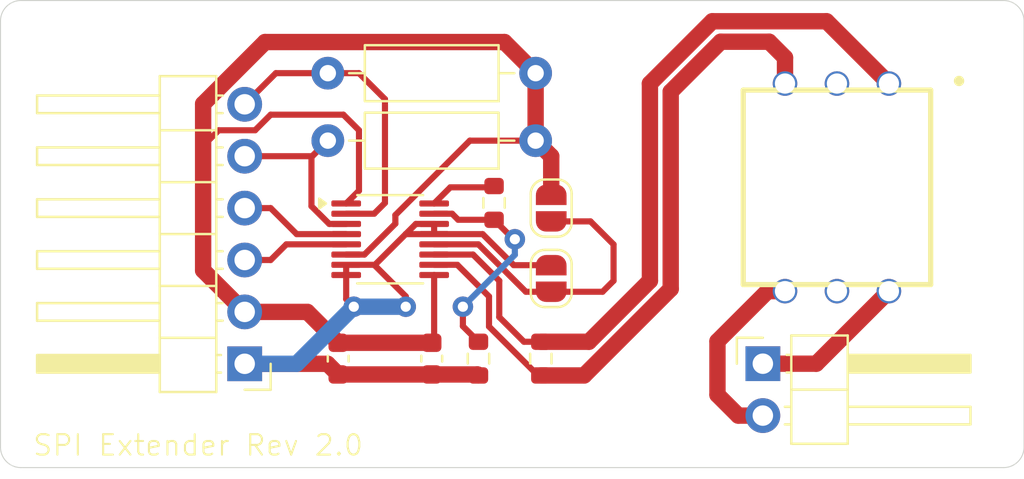
<source format=kicad_pcb>
(kicad_pcb (version 20241229) (generator "pcbnew") (generator_version "9.0")
  (layers (0 "F.Cu" signal) (2 "B.Cu" signal) (13 "F.Paste" user) (15 "B.Paste" user) (5 "F.SilkS" user "F.Silkscreen") (7 "B.SilkS" user "B.Silkscreen") (1 "F.Mask" user) (3 "B.Mask" user) (25 "Edge.Cuts" user))
  (net 0 "")
  (net 1 "GND")
  (net 3 "+3V3")
  (net 4 "SCK")
  (net 5 "MISO")
  (net 6 "MOSI")
  (net 7 "CS")
  (net 8 "IPP")
  (net 9 "IMM")
  (net 10 "MSTR")
  (net 11 "Net-(U1-IP)")
  (net 12 "Net-(U1-IM)")
  (net 13 "Net-(U1-ICMP)")
  (net 14 "Net-(U1-IBIAS)")
  (footprint "Package_SO:MSOP-16_3x4.039mm_P0.5mm" (layer "F.Cu") (at 71.374 55.626)
    (property "Reference" "U1" (hide yes))
    (property "Value" "~")
    (fp_line (start -1.61 -2.16) (end 1.61 -2.16) (stroke (width 0.12)) (layer "F.SilkS"))
    (fp_line (start 1.61 2.16) (end -1.61 2.16) (stroke (width 0.12)) (layer "F.SilkS"))
    (fp_poly (pts (xy -3.14 -1.75) (xy -3.47 -1.51) (xy -3.47 -1.99)) (stroke (width 0.12)) (fill yes) (layer "F.SilkS"))
    (pad "1" smd roundrect (at -2.15 -1.75) (size 1.45 0.3) (layers "F.Cu" "F.Mask" "F.Paste") (net 3 "+3V3"))
    (pad "2" smd roundrect (at -2.15 -1.25) (size 1.45 0.3) (layers "F.Cu" "F.Mask" "F.Paste") (net 6 "MOSI"))
    (pad "3" smd roundrect (at -2.15 -0.75) (size 1.45 0.3) (layers "F.Cu" "F.Mask" "F.Paste") (net 5 "MISO"))
    (pad "4" smd roundrect (at -2.15 -0.25) (size 1.45 0.3) (layers "F.Cu" "F.Mask" "F.Paste") (net 4 "SCK"))
    (pad "5" smd roundrect (at -2.15 0.25) (size 1.45 0.3) (layers "F.Cu" "F.Mask" "F.Paste") (net 7 "CS"))
    (pad "6" smd roundrect (at -2.15 0.75) (size 1.45 0.3) (layers "F.Cu" "F.Mask" "F.Paste") (net 3 "+3V3"))
    (pad "7" smd roundrect (at -2.15 1.25) (size 1.45 0.3) (layers "F.Cu" "F.Mask" "F.Paste") (net 1 "GND"))
    (pad "8" smd roundrect (at -2.15 1.75) (size 1.45 0.3) (layers "F.Cu" "F.Mask" "F.Paste") (net 1 "GND"))
    (pad "9" smd roundrect (at 2.15 1.75) (size 1.45 0.3) (layers "F.Cu" "F.Mask" "F.Paste") (net 3 "+3V3"))
    (pad "10" smd roundrect (at 2.15 1.25) (size 1.45 0.3) (layers "F.Cu" "F.Mask" "F.Paste") (net 12 "Net-(U1-IM)"))
    (pad "11" smd roundrect (at 2.15 0.75) (size 1.45 0.3) (layers "F.Cu" "F.Mask" "F.Paste") (net 11 "Net-(U1-IP)"))
    (pad "12" smd roundrect (at 2.15 0.25) (size 1.45 0.3) (layers "F.Cu" "F.Mask" "F.Paste") (net 10 "MSTR"))
    (pad "13" smd roundrect (at 2.15 -0.25) (size 1.45 0.3) (layers "F.Cu" "F.Mask" "F.Paste") (net 1 "GND"))
    (pad "14" smd roundrect (at 2.15 -0.75) (size 1.45 0.3) (layers "F.Cu" "F.Mask" "F.Paste") (net 1 "GND"))
    (pad "15" smd roundrect (at 2.15 -1.25) (size 1.45 0.3) (layers "F.Cu" "F.Mask" "F.Paste") (net 13 "Net-(U1-ICMP)"))
    (pad "16" smd roundrect (at 2.15 -1.75) (size 1.45 0.3) (layers "F.Cu" "F.Mask" "F.Paste") (net 14 "Net-(U1-IBIAS)"))
  )
  (footprint "Resistor_THT:R_Axial_DIN0207_L6.3mm_D2.5mm_P10.16mm_Horizontal" (layer "F.Cu") (at 78.486 50.8 180)
    (property "Reference" "R5" (hide yes))
    (property "Value" "10k")
    (fp_line (start 9.12 0) (end 8.35 0) (stroke (width 0.12)) (layer "F.SilkS"))
    (fp_line (start 1.04 0) (end 1.81 0) (stroke (width 0.12)) (layer "F.SilkS"))
    (fp_rect (start 1.81 -1.37) (end 8.35 1.37) (stroke (width 0.12)) (fill no) (layer "F.SilkS"))
    (pad "1" thru_hole circle (at 0 0 180) (size 1.6 1.6) (drill 0.8) (layers "*.Cu" "*.Mask") (net 3 "+3V3"))
    (pad "2" thru_hole circle (at 10.16 0 180) (size 1.6 1.6) (drill 0.8) (layers "*.Cu" "*.Mask") (net 5 "MISO"))
  )
  (footprint "Resistor_SMD:R_0603_1608Metric" (layer "F.Cu") (at 75.692 61.468 -90)
    (property "Reference" "R3" (hide yes))
    (property "Value" "1.2k")
    (fp_line (start -0.237258 0.5225) (end 0.237258 0.5225) (stroke (width 0.12)) (layer "F.SilkS"))
    (fp_line (start -0.237258 -0.5225) (end 0.237258 -0.5225) (stroke (width 0.12)) (layer "F.SilkS"))
    (pad "1" smd roundrect (at -0.825 0 270) (size 0.8 0.95) (layers "F.Cu" "F.Mask" "F.Paste") (net 13 "Net-(U1-ICMP)"))
    (pad "2" smd roundrect (at 0.825 0 270) (size 0.8 0.95) (layers "F.Cu" "F.Mask" "F.Paste") (net 1 "GND"))
  )
  (footprint "Jumper:SolderJumper-2_P1.3mm_Open_RoundedPad1.0x1.5mm" (layer "F.Cu") (at 79.248 57.546 -90)
    (property "Reference" "JP4" (hide yes))
    (property "Value" "SolderJumper_2_Bridged")
    (fp_line (start 0.7 1) (end -0.7 1) (stroke (width 0.12)) (layer "F.SilkS"))
    (fp_line (start -1.4 0.3) (end -1.4 -0.3) (stroke (width 0.12)) (layer "F.SilkS"))
    (fp_line (start 1.4 -0.3) (end 1.4 0.3) (stroke (width 0.12)) (layer "F.SilkS"))
    (fp_line (start -0.7 -1) (end 0.7 -1) (stroke (width 0.12)) (layer "F.SilkS"))
    (fp_arc (start -0.7 1) (mid -1.194975 0.794975) (end -1.4 0.3) (stroke (width 0.12)) (layer "F.SilkS"))
    (fp_arc (start 1.4 0.3) (mid 1.194975 0.794975) (end 0.7 1) (stroke (width 0.12)) (layer "F.SilkS"))
    (fp_arc (start -1.4 -0.3) (mid -1.194975 -0.794975) (end -0.7 -1) (stroke (width 0.12)) (layer "F.SilkS"))
    (fp_arc (start 0.7 -1) (mid 1.194975 -0.794975) (end 1.4 -0.3) (stroke (width 0.12)) (layer "F.SilkS"))
    (pad "1" smd custom (at -0.65 0 270) (size 1 0.5) (layers "F.Cu" "F.Mask") (net 1 "GND") (options (clearance outline) (anchor rect)) (primitives (gr_circle (center 0 0.25) (end 0.5 0.25) (width 0) (fill yes)) (gr_circle (center 0 -0.25) (end 0.5 -0.25) (width 0) (fill yes)) (gr_poly (pts (xy 0.5 0.75) (xy 0 0.75) (xy 0 -0.75) (xy 0.5 -0.75)) (width 0) (fill yes))))
    (pad "2" smd custom (at 0.65 0 270) (size 1 0.5) (layers "F.Cu" "F.Mask") (net 10 "MSTR") (options (clearance outline) (anchor rect)) (primitives (gr_circle (center 0 0.25) (end 0.5 0.25) (width 0) (fill yes)) (gr_circle (center 0 -0.25) (end 0.5 -0.25) (width 0) (fill yes)) (gr_poly (pts (xy 0 0.75) (xy -0.5 0.75) (xy -0.5 -0.75) (xy 0 -0.75)) (width 0) (fill yes))))
  )
  (footprint "project:78613_3C" (layer "F.Cu") (at 93.218 53.086 -90)
    (property "Reference" "T1" (hide yes))
    (property "Value" "78613_3C")
    (fp_line (start -4.75996 4.58089) (end 4.75996 4.58089) (stroke (width 0.254)) (layer "F.SilkS"))
    (fp_line (start 4.75996 4.58089) (end 4.75996 -4.58089) (stroke (width 0.254)) (layer "F.SilkS"))
    (fp_line (start -4.75996 -4.58089) (end -4.75996 4.58089) (stroke (width 0.254)) (layer "F.SilkS"))
    (fp_line (start 4.75996 -4.58089) (end -4.75996 -4.58089) (stroke (width 0.254)) (layer "F.SilkS"))
    (fp_circle (center -5.207 -5.969) (end -4.953 -5.969) (fill yes) (layer "F.SilkS"))
    (pad "1" thru_hole circle (at -5.08 -2.54 270) (size 1.2 1.2) (drill 0.9906) (layers "*.Cu" "*.Mask") (net 11 "Net-(U1-IP)"))
    (pad "2" thru_hole circle (at -5.08 0 270) (size 1.2 1.2) (drill 0.9906) (layers "*.Cu" "*.Mask"))
    (pad "3" thru_hole circle (at -5.08 2.54 270) (size 1.2 1.2) (drill 0.9906) (layers "*.Cu" "*.Mask") (net 12 "Net-(U1-IM)"))
    (pad "4" thru_hole circle (at 5.08 2.54 270) (size 1.2 1.2) (drill 0.9906) (layers "*.Cu" "*.Mask") (net 9 "IMM"))
    (pad "5" thru_hole circle (at 5.08 0 270) (size 1.2 1.2) (drill 0.9906) (layers "*.Cu" "*.Mask"))
    (pad "6" thru_hole circle (at 5.08 -2.54 270) (size 1.2 1.2) (drill 0.9906) (layers "*.Cu" "*.Mask") (net 8 "IPP"))
  )
  (footprint "Capacitor_SMD:C_0603_1608Metric" (layer "F.Cu") (at 68.834 61.468 -90)
    (property "Reference" "C1" (hide yes))
    (property "Value" "0.1u")
    (fp_line (start -0.14058 0.51) (end 0.14058 0.51) (stroke (width 0.12)) (layer "F.SilkS"))
    (fp_line (start -0.14058 -0.51) (end 0.14058 -0.51) (stroke (width 0.12)) (layer "F.SilkS"))
    (pad "1" smd roundrect (at -0.775 0 270) (size 0.9 0.95) (layers "F.Cu" "F.Mask" "F.Paste") (net 3 "+3V3"))
    (pad "2" smd roundrect (at 0.775 0 270) (size 0.9 0.95) (layers "F.Cu" "F.Mask" "F.Paste") (net 1 "GND"))
  )
  (footprint "Jumper:SolderJumper-2_P1.3mm_Open_RoundedPad1.0x1.5mm" (layer "F.Cu") (at 79.248 54.102 -90)
    (property "Reference" "JP3" (hide yes))
    (property "Value" "SolderJumper_2_Bridged")
    (fp_line (start 0.7 1) (end -0.7 1) (stroke (width 0.12)) (layer "F.SilkS"))
    (fp_line (start -1.4 0.3) (end -1.4 -0.3) (stroke (width 0.12)) (layer "F.SilkS"))
    (fp_line (start 1.4 -0.3) (end 1.4 0.3) (stroke (width 0.12)) (layer "F.SilkS"))
    (fp_line (start -0.7 -1) (end 0.7 -1) (stroke (width 0.12)) (layer "F.SilkS"))
    (fp_arc (start -0.7 1) (mid -1.194975 0.794975) (end -1.4 0.3) (stroke (width 0.12)) (layer "F.SilkS"))
    (fp_arc (start 1.4 0.3) (mid 1.194975 0.794975) (end 0.7 1) (stroke (width 0.12)) (layer "F.SilkS"))
    (fp_arc (start -1.4 -0.3) (mid -1.194975 -0.794975) (end -0.7 -1) (stroke (width 0.12)) (layer "F.SilkS"))
    (fp_arc (start 0.7 -1) (mid 1.194975 -0.794975) (end 1.4 -0.3) (stroke (width 0.12)) (layer "F.SilkS"))
    (pad "1" smd custom (at -0.65 0 270) (size 1 0.5) (layers "F.Cu" "F.Mask") (net 3 "+3V3") (options (clearance outline) (anchor rect)) (primitives (gr_circle (center 0 0.25) (end 0.5 0.25) (width 0) (fill yes)) (gr_circle (center 0 -0.25) (end 0.5 -0.25) (width 0) (fill yes)) (gr_poly (pts (xy 0.5 0.75) (xy 0 0.75) (xy 0 -0.75) (xy 0.5 -0.75)) (width 0) (fill yes))))
    (pad "2" smd custom (at 0.65 0 270) (size 1 0.5) (layers "F.Cu" "F.Mask") (net 10 "MSTR") (options (clearance outline) (anchor rect)) (primitives (gr_circle (center 0 0.25) (end 0.5 0.25) (width 0) (fill yes)) (gr_circle (center 0 -0.25) (end 0.5 -0.25) (width 0) (fill yes)) (gr_poly (pts (xy 0 0.75) (xy -0.5 0.75) (xy -0.5 -0.75) (xy 0 -0.75)) (width 0) (fill yes))))
  )
  (footprint "Resistor_SMD:R_0603_1608Metric" (layer "F.Cu") (at 78.74 61.468 -90)
    (property "Reference" "R1" (hide yes))
    (property "Value" "120")
    (fp_line (start -0.237258 0.5225) (end 0.237258 0.5225) (stroke (width 0.12)) (layer "F.SilkS"))
    (fp_line (start -0.237258 -0.5225) (end 0.237258 -0.5225) (stroke (width 0.12)) (layer "F.SilkS"))
    (pad "1" smd roundrect (at -0.825 0 270) (size 0.8 0.95) (layers "F.Cu" "F.Mask" "F.Paste") (net 11 "Net-(U1-IP)"))
    (pad "2" smd roundrect (at 0.825 0 270) (size 0.8 0.95) (layers "F.Cu" "F.Mask" "F.Paste") (net 12 "Net-(U1-IM)"))
  )
  (footprint "Connector_PinHeader_2.54mm:PinHeader_1x02_P2.54mm_Horizontal" (layer "F.Cu") (at 89.595 61.717)
    (property "Reference" "J2" (hide yes))
    (property "Value" "Conn_01x02_Pin")
    (fp_line (start -1.27 -1.27) (end 0 -1.27) (stroke (width 0.12)) (layer "F.SilkS"))
    (fp_line (start -1.27 0) (end -1.27 -1.27) (stroke (width 0.12)) (layer "F.SilkS"))
    (fp_line (start 1.077358 2.11) (end 1.39 2.11) (stroke (width 0.12)) (layer "F.SilkS"))
    (fp_line (start 1.077358 2.97) (end 1.39 2.97) (stroke (width 0.12)) (layer "F.SilkS"))
    (fp_line (start 1.16 -0.43) (end 1.39 -0.43) (stroke (width 0.12)) (layer "F.SilkS"))
    (fp_line (start 1.16 0.43) (end 1.39 0.43) (stroke (width 0.12)) (layer "F.SilkS"))
    (fp_line (start 1.39 -1.38) (end 1.39 3.92) (stroke (width 0.12)) (layer "F.SilkS"))
    (fp_line (start 1.39 1.27) (end 4.15 1.27) (stroke (width 0.12)) (layer "F.SilkS"))
    (fp_line (start 1.39 3.92) (end 4.15 3.92) (stroke (width 0.12)) (layer "F.SilkS"))
    (fp_line (start 4.15 -1.38) (end 1.39 -1.38) (stroke (width 0.12)) (layer "F.SilkS"))
    (fp_line (start 4.15 2.11) (end 10.15 2.11) (stroke (width 0.12)) (layer "F.SilkS"))
    (fp_line (start 4.15 3.92) (end 4.15 -1.38) (stroke (width 0.12)) (layer "F.SilkS"))
    (fp_line (start 10.15 2.11) (end 10.15 2.97) (stroke (width 0.12)) (layer "F.SilkS"))
    (fp_line (start 10.15 2.97) (end 4.15 2.97) (stroke (width 0.12)) (layer "F.SilkS"))
    (fp_rect (start 4.15 -0.43) (end 10.15 0.43) (stroke (width 0.12)) (fill yes) (layer "F.SilkS"))
    (pad "1" thru_hole rect (at 0 0) (size 1.7 1.7) (drill 1) (layers "*.Cu" "*.Mask") (net 8 "IPP"))
    (pad "2" thru_hole circle (at 0 2.54) (size 1.7 1.7) (drill 1) (layers "*.Cu" "*.Mask") (net 9 "IMM"))
  )
  (footprint "Resistor_THT:R_Axial_DIN0207_L6.3mm_D2.5mm_P10.16mm_Horizontal" (layer "F.Cu") (at 78.486 47.498 180)
    (property "Reference" "R4" (hide yes))
    (property "Value" "10k")
    (fp_line (start 9.12 0) (end 8.35 0) (stroke (width 0.12)) (layer "F.SilkS"))
    (fp_line (start 1.04 0) (end 1.81 0) (stroke (width 0.12)) (layer "F.SilkS"))
    (fp_rect (start 1.81 -1.37) (end 8.35 1.37) (stroke (width 0.12)) (fill no) (layer "F.SilkS"))
    (pad "1" thru_hole circle (at 0 0 180) (size 1.6 1.6) (drill 0.8) (layers "*.Cu" "*.Mask") (net 3 "+3V3"))
    (pad "2" thru_hole circle (at 10.16 0 180) (size 1.6 1.6) (drill 0.8) (layers "*.Cu" "*.Mask") (net 6 "MOSI"))
  )
  (footprint "Capacitor_SMD:C_0603_1608Metric" (layer "F.Cu") (at 73.406 61.468 -90)
    (property "Reference" "C2" (hide yes))
    (property "Value" "0.1u")
    (fp_line (start -0.14058 0.51) (end 0.14058 0.51) (stroke (width 0.12)) (layer "F.SilkS"))
    (fp_line (start -0.14058 -0.51) (end 0.14058 -0.51) (stroke (width 0.12)) (layer "F.SilkS"))
    (pad "1" smd roundrect (at -0.775 0 270) (size 0.9 0.95) (layers "F.Cu" "F.Mask" "F.Paste") (net 3 "+3V3"))
    (pad "2" smd roundrect (at 0.775 0 270) (size 0.9 0.95) (layers "F.Cu" "F.Mask" "F.Paste") (net 1 "GND"))
  )
  (footprint "Connector_PinHeader_2.54mm:PinHeader_1x06_P2.54mm_Horizontal" (layer "F.Cu") (at 64.262 61.722 180)
    (property "Reference" "J1" (hide yes))
    (property "Value" "Conn_01x06_Pin")
    (fp_line (start 10.15 13.13) (end 4.15 13.13) (stroke (width 0.12)) (layer "F.SilkS"))
    (fp_line (start 10.15 12.27) (end 10.15 13.13) (stroke (width 0.12)) (layer "F.SilkS"))
    (fp_line (start 10.15 10.59) (end 4.15 10.59) (stroke (width 0.12)) (layer "F.SilkS"))
    (fp_line (start 10.15 9.73) (end 10.15 10.59) (stroke (width 0.12)) (layer "F.SilkS"))
    (fp_line (start 10.15 8.05) (end 4.15 8.05) (stroke (width 0.12)) (layer "F.SilkS"))
    (fp_line (start 10.15 7.19) (end 10.15 8.05) (stroke (width 0.12)) (layer "F.SilkS"))
    (fp_line (start 10.15 5.51) (end 4.15 5.51) (stroke (width 0.12)) (layer "F.SilkS"))
    (fp_line (start 10.15 4.65) (end 10.15 5.51) (stroke (width 0.12)) (layer "F.SilkS"))
    (fp_line (start 10.15 2.97) (end 4.15 2.97) (stroke (width 0.12)) (layer "F.SilkS"))
    (fp_line (start 10.15 2.11) (end 10.15 2.97) (stroke (width 0.12)) (layer "F.SilkS"))
    (fp_line (start 4.15 14.08) (end 4.15 -1.38) (stroke (width 0.12)) (layer "F.SilkS"))
    (fp_line (start 4.15 12.27) (end 10.15 12.27) (stroke (width 0.12)) (layer "F.SilkS"))
    (fp_line (start 4.15 9.73) (end 10.15 9.73) (stroke (width 0.12)) (layer "F.SilkS"))
    (fp_line (start 4.15 7.19) (end 10.15 7.19) (stroke (width 0.12)) (layer "F.SilkS"))
    (fp_line (start 4.15 4.65) (end 10.15 4.65) (stroke (width 0.12)) (layer "F.SilkS"))
    (fp_line (start 4.15 2.11) (end 10.15 2.11) (stroke (width 0.12)) (layer "F.SilkS"))
    (fp_line (start 4.15 -1.38) (end 1.39 -1.38) (stroke (width 0.12)) (layer "F.SilkS"))
    (fp_line (start 1.39 14.08) (end 4.15 14.08) (stroke (width 0.12)) (layer "F.SilkS"))
    (fp_line (start 1.39 11.43) (end 4.15 11.43) (stroke (width 0.12)) (layer "F.SilkS"))
    (fp_line (start 1.39 8.89) (end 4.15 8.89) (stroke (width 0.12)) (layer "F.SilkS"))
    (fp_line (start 1.39 6.35) (end 4.15 6.35) (stroke (width 0.12)) (layer "F.SilkS"))
    (fp_line (start 1.39 3.81) (end 4.15 3.81) (stroke (width 0.12)) (layer "F.SilkS"))
    (fp_line (start 1.39 1.27) (end 4.15 1.27) (stroke (width 0.12)) (layer "F.SilkS"))
    (fp_line (start 1.39 -1.38) (end 1.39 14.08) (stroke (width 0.12)) (layer "F.SilkS"))
    (fp_line (start 1.16 0.43) (end 1.39 0.43) (stroke (width 0.12)) (layer "F.SilkS"))
    (fp_line (start 1.16 -0.43) (end 1.39 -0.43) (stroke (width 0.12)) (layer "F.SilkS"))
    (fp_line (start 1.077358 13.13) (end 1.39 13.13) (stroke (width 0.12)) (layer "F.SilkS"))
    (fp_line (start 1.077358 12.27) (end 1.39 12.27) (stroke (width 0.12)) (layer "F.SilkS"))
    (fp_line (start 1.077358 10.59) (end 1.39 10.59) (stroke (width 0.12)) (layer "F.SilkS"))
    (fp_line (start 1.077358 9.73) (end 1.39 9.73) (stroke (width 0.12)) (layer "F.SilkS"))
    (fp_line (start 1.077358 8.05) (end 1.39 8.05) (stroke (width 0.12)) (layer "F.SilkS"))
    (fp_line (start 1.077358 7.19) (end 1.39 7.19) (stroke (width 0.12)) (layer "F.SilkS"))
    (fp_line (start 1.077358 5.51) (end 1.39 5.51) (stroke (width 0.12)) (layer "F.SilkS"))
    (fp_line (start 1.077358 4.65) (end 1.39 4.65) (stroke (width 0.12)) (layer "F.SilkS"))
    (fp_line (start 1.077358 2.97) (end 1.39 2.97) (stroke (width 0.12)) (layer "F.SilkS"))
    (fp_line (start 1.077358 2.11) (end 1.39 2.11) (stroke (width 0.12)) (layer "F.SilkS"))
    (fp_line (start -1.27 0) (end -1.27 -1.27) (stroke (width 0.12)) (layer "F.SilkS"))
    (fp_line (start -1.27 -1.27) (end 0 -1.27) (stroke (width 0.12)) (layer "F.SilkS"))
    (fp_rect (start 4.15 -0.43) (end 10.15 0.43) (stroke (width 0.12)) (fill yes) (layer "F.SilkS"))
    (pad "1" thru_hole rect (at 0 0 180) (size 1.7 1.7) (drill 1) (layers "*.Cu" "*.Mask") (net 1 "GND"))
    (pad "2" thru_hole circle (at 0 2.54 180) (size 1.7 1.7) (drill 1) (layers "*.Cu" "*.Mask") (net 3 "+3V3"))
    (pad "3" thru_hole circle (at 0 5.08 180) (size 1.7 1.7) (drill 1) (layers "*.Cu" "*.Mask") (net 7 "CS"))
    (pad "4" thru_hole circle (at 0 7.62 180) (size 1.7 1.7) (drill 1) (layers "*.Cu" "*.Mask") (net 4 "SCK"))
    (pad "5" thru_hole circle (at 0 10.16 180) (size 1.7 1.7) (drill 1) (layers "*.Cu" "*.Mask") (net 5 "MISO"))
    (pad "6" thru_hole circle (at 0 12.7 180) (size 1.7 1.7) (drill 1) (layers "*.Cu" "*.Mask") (net 6 "MOSI"))
  )
  (footprint "Resistor_SMD:R_0603_1608Metric" (layer "F.Cu") (at 76.454 53.848 -90)
    (property "Reference" "R2" (hide yes))
    (property "Value" "2.8k")
    (fp_line (start -0.237258 0.5225) (end 0.237258 0.5225) (stroke (width 0.12)) (layer "F.SilkS"))
    (fp_line (start -0.237258 -0.5225) (end 0.237258 -0.5225) (stroke (width 0.12)) (layer "F.SilkS"))
    (pad "1" smd roundrect (at -0.825 0 270) (size 0.8 0.95) (layers "F.Cu" "F.Mask" "F.Paste") (net 14 "Net-(U1-IBIAS)"))
    (pad "2" smd roundrect (at 0.825 0 270) (size 0.8 0.95) (layers "F.Cu" "F.Mask" "F.Paste") (net 13 "Net-(U1-ICMP)"))
  )
  (gr_line (start 53.324 43.942) (end 101.362 43.942) (stroke (width 0.05)) (layer "Edge.Cuts"))
  (gr_arc (start 52.324 44.942) (mid 52.616893 44.234893) (end 53.324 43.942) (stroke (width 0.05)) (layer "Edge.Cuts"))
  (gr_arc (start 101.362 43.942) (mid 102.069107 44.234893) (end 102.362 44.942) (stroke (width 0.05)) (layer "Edge.Cuts"))
  (gr_line (start 101.362 66.802) (end 53.324 66.802) (stroke (width 0.05)) (layer "Edge.Cuts"))
  (gr_arc (start 102.362 65.802) (mid 102.069107 66.509107) (end 101.362 66.802) (stroke (width 0.05)) (layer "Edge.Cuts"))
  (gr_line (start 52.324 65.802) (end 52.324 44.942) (stroke (width 0.05)) (layer "Edge.Cuts"))
  (gr_line (start 102.362 44.942) (end 102.362 65.802) (stroke (width 0.05)) (layer "Edge.Cuts"))
  (gr_arc (start 53.324 66.802) (mid 52.616893 66.509107) (end 52.324 65.802) (stroke (width 0.05)) (layer "Edge.Cuts"))
  (gr_text "SPI Extender Rev 2.0" (at 53.848 66.294 0) (layer "F.SilkS") (effects (font (size 1 1) (thickness 0.1)) (justify left bottom)))
  (segment (start 73.524 54.876) (end 73.524 55.376) (width 0.3) (layer "F.Cu") (net 1))
  (segment (start 72.632 54.876) (end 72.132 55.376) (width 0.3) (layer "F.Cu") (net 1))
  (segment (start 73.524 54.876) (end 72.632 54.876) (width 0.3) (layer "F.Cu") (net 1))
  (segment (start 68.834 62.243) (end 73.406 62.243) (width 0.8) (layer "F.Cu") (net 1))
  (segment (start 75.642 62.243) (end 75.692 62.293) (width 0.8) (layer "F.Cu") (net 1))
  (segment (start 70.612 56.896) (end 72.132 55.376) (width 0.3) (layer "F.Cu") (net 1))
  (segment (start 69.224 57.376) (end 69.224 58.556) (width 0.3) (layer "F.Cu") (net 1))
  (segment (start 68.313 61.722) (end 68.834 62.243) (width 0.8) (layer "F.Cu") (net 1))
  (segment (start 69.224 56.876) (end 69.224 57.376) (width 0.3) (layer "F.Cu") (net 1))
  (segment (start 73.524 55.376) (end 75.897226 55.376) (width 0.3) (layer "F.Cu") (net 1))
  (segment (start 69.224 56.876) (end 70.592 56.876) (width 0.3) (layer "F.Cu") (net 1))
  (segment (start 73.406 62.243) (end 75.642 62.243) (width 0.8) (layer "F.Cu") (net 1))
  (segment (start 70.592 56.876) (end 70.612 56.896) (width 0.3) (layer "F.Cu") (net 1))
  (segment (start 77.417226 56.896) (end 79.248 56.896) (width 0.3) (layer "F.Cu") (net 1))
  (segment (start 69.224 58.556) (end 69.596 58.928) (width 0.3) (layer "F.Cu") (net 1))
  (segment (start 75.897226 55.376) (end 77.417226 56.896) (width 0.3) (layer "F.Cu") (net 1))
  (segment (start 64.262 61.722) (end 68.313 61.722) (width 0.8) (layer "F.Cu") (net 1))
  (segment (start 72.132 55.376) (end 73.524 55.376) (width 0.3) (layer "F.Cu") (net 1))
  (segment (start 70.592 56.876) (end 72.136 58.42) (width 0.3) (layer "F.Cu") (net 1))
  (segment (start 72.136 58.42) (end 72.136 58.928) (width 0.3) (layer "F.Cu") (net 1))
  (via (at 69.596 58.928) (size 1) (drill 0.5) (layers "F.Cu" "B.Cu") (net 1))
  (via (at 72.136 58.928) (size 1) (drill 0.5) (layers "F.Cu" "B.Cu") (net 1))
  (segment (start 66.802 61.722) (end 69.596 58.928) (width 0.8) (layer "B.Cu") (net 1))
  (segment (start 69.596 58.928) (end 72.136 58.928) (width 0.8) (layer "B.Cu") (net 1))
  (segment (start 64.262 61.722) (end 66.802 61.722) (width 0.8) (layer "B.Cu") (net 1))
  (segment (start 62.992 50.292) (end 62.23 51.054) (width 0.3) (layer "F.Cu") (net 3))
  (segment (start 64.262 59.182) (end 67.323 59.182) (width 0.8) (layer "F.Cu") (net 3))
  (segment (start 69.088 49.53) (end 65.532 49.53) (width 0.3) (layer "F.Cu") (net 3))
  (segment (start 78.486 50.8) (end 78.486 47.498) (width 0.8) (layer "F.Cu") (net 3))
  (segment (start 64.262 59.182) (end 62.23 57.15) (width 0.8) (layer "F.Cu") (net 3))
  (segment (start 73.524 57.376) (end 73.524 60.575) (width 0.3) (layer "F.Cu") (net 3))
  (segment (start 76.962 45.974) (end 65.257976 45.974) (width 0.8) (layer "F.Cu") (net 3))
  (segment (start 71.628 54.442466) (end 75.270466 50.8) (width 0.3) (layer "F.Cu") (net 3))
  (segment (start 69.224 56.376) (end 70.116 56.376) (width 0.3) (layer "F.Cu") (net 3))
  (segment (start 65.257976 45.974) (end 62.23 49.001976) (width 0.8) (layer "F.Cu") (net 3))
  (segment (start 65.532 49.53) (end 64.77 50.292) (width 0.3) (layer "F.Cu") (net 3))
  (segment (start 62.23 51.054) (end 62.23 57.15) (width 0.3) (layer "F.Cu") (net 3))
  (segment (start 78.486 50.8) (end 79.248 51.562) (width 0.8) (layer "F.Cu") (net 3))
  (segment (start 69.85 53.25) (end 69.85 50.292) (width 0.3) (layer "F.Cu") (net 3))
  (segment (start 71.628 54.864) (end 71.628 54.442466) (width 0.3) (layer "F.Cu") (net 3))
  (segment (start 73.524 60.575) (end 73.406 60.693) (width 0.3) (layer "F.Cu") (net 3))
  (segment (start 67.323 59.182) (end 68.834 60.693) (width 0.8) (layer "F.Cu") (net 3))
  (segment (start 69.85 50.292) (end 69.088 49.53) (width 0.3) (layer "F.Cu") (net 3))
  (segment (start 75.270466 50.8) (end 78.486 50.8) (width 0.3) (layer "F.Cu") (net 3))
  (segment (start 69.224 53.876) (end 69.85 53.25) (width 0.3) (layer "F.Cu") (net 3))
  (segment (start 68.834 60.693) (end 73.406 60.693) (width 0.8) (layer "F.Cu") (net 3))
  (segment (start 62.23 49.001976) (end 62.23 57.15) (width 0.8) (layer "F.Cu") (net 3))
  (segment (start 78.486 47.498) (end 76.962 45.974) (width 0.8) (layer "F.Cu") (net 3))
  (segment (start 64.77 50.292) (end 62.992 50.292) (width 0.3) (layer "F.Cu") (net 3))
  (segment (start 70.116 56.376) (end 71.628 54.864) (width 0.3) (layer "F.Cu") (net 3))
  (segment (start 79.248 51.562) (end 79.248 53.452) (width 0.8) (layer "F.Cu") (net 3))
  (segment (start 66.806 55.376) (end 65.532 54.102) (width 0.3) (layer "F.Cu") (net 4))
  (segment (start 65.532 54.102) (end 64.262 54.102) (width 0.3) (layer "F.Cu") (net 4))
  (segment (start 69.224 55.376) (end 66.806 55.376) (width 0.3) (layer "F.Cu") (net 4))
  (segment (start 67.526001 54.007535) (end 68.394466 54.876) (width 0.3) (layer "F.Cu") (net 5))
  (segment (start 67.526001 51.599999) (end 67.526001 54.007535) (width 0.3) (layer "F.Cu") (net 5))
  (segment (start 64.262 51.562) (end 67.564 51.562) (width 0.3) (layer "F.Cu") (net 5))
  (segment (start 67.564 51.562) (end 68.326 50.8) (width 0.3) (layer "F.Cu") (net 5))
  (segment (start 68.326 50.8) (end 67.526001 51.599999) (width 0.3) (layer "F.Cu") (net 5))
  (segment (start 68.394466 54.876) (end 69.224 54.876) (width 0.3) (layer "F.Cu") (net 5))
  (segment (start 64.262 49.022) (end 65.786 47.498) (width 0.3) (layer "F.Cu") (net 6))
  (segment (start 70.592 54.376) (end 71.12 53.848) (width 0.3) (layer "F.Cu") (net 6))
  (segment (start 69.224 54.376) (end 70.592 54.376) (width 0.3) (layer "F.Cu") (net 6))
  (segment (start 71.12 48.768) (end 69.85 47.498) (width 0.3) (layer "F.Cu") (net 6))
  (segment (start 71.12 53.848) (end 71.12 48.768) (width 0.3) (layer "F.Cu") (net 6))
  (segment (start 65.786 47.498) (end 68.326 47.498) (width 0.3) (layer "F.Cu") (net 6))
  (segment (start 69.85 47.498) (end 68.326 47.498) (width 0.3) (layer "F.Cu") (net 6))
  (segment (start 65.532 56.642) (end 64.262 56.642) (width 0.3) (layer "F.Cu") (net 7))
  (segment (start 66.298 55.876) (end 65.532 56.642) (width 0.3) (layer "F.Cu") (net 7))
  (segment (start 69.224 55.876) (end 66.298 55.876) (width 0.3) (layer "F.Cu") (net 7))
  (segment (start 92.207 61.717) (end 89.595 61.717) (width 0.8) (layer "F.Cu") (net 8))
  (segment (start 95.758 58.166) (end 92.207 61.717) (width 0.8) (layer "F.Cu") (net 8))
  (segment (start 89.829472 58.166) (end 87.376 60.619472) (width 0.8) (layer "F.Cu") (net 9))
  (segment (start 88.392919 64.257) (end 89.595 64.257) (width 0.8) (layer "F.Cu") (net 9))
  (segment (start 87.376 63.240081) (end 88.392919 64.257) (width 0.8) (layer "F.Cu") (net 9))
  (segment (start 90.678 58.166) (end 89.829472 58.166) (width 0.8) (layer "F.Cu") (net 9))
  (segment (start 87.376 60.619472) (end 87.376 63.240081) (width 0.8) (layer "F.Cu") (net 9))
  (segment (start 75.688 55.876) (end 78.008 58.196) (width 0.3) (layer "F.Cu") (net 10))
  (segment (start 78.008 58.196) (end 79.248 58.196) (width 0.3) (layer "F.Cu") (net 10))
  (segment (start 82.296 57.658) (end 82.296 55.88) (width 0.3) (layer "F.Cu") (net 10))
  (segment (start 79.248 58.196) (end 81.758 58.196) (width 0.3) (layer "F.Cu") (net 10))
  (segment (start 82.296 55.88) (end 81.168 54.752) (width 0.3) (layer "F.Cu") (net 10))
  (segment (start 81.758 58.196) (end 82.296 57.658) (width 0.3) (layer "F.Cu") (net 10))
  (segment (start 73.524 55.876) (end 75.688 55.876) (width 0.3) (layer "F.Cu") (net 10))
  (segment (start 81.168 54.752) (end 79.248 54.752) (width 0.3) (layer "F.Cu") (net 10))
  (segment (start 76.708 57.658) (end 76.708 59.436) (width 0.3) (layer "F.Cu") (net 11))
  (segment (start 84.074 48.006) (end 84.074 57.658) (width 0.8) (layer "F.Cu") (net 11))
  (segment (start 84.074 57.658) (end 81.089 60.643) (width 0.8) (layer "F.Cu") (net 11))
  (segment (start 81.089 60.643) (end 78.74 60.643) (width 0.8) (layer "F.Cu") (net 11))
  (segment (start 95.758 48.006) (end 92.71 44.958) (width 0.8) (layer "F.Cu") (net 11))
  (segment (start 73.524 56.376) (end 75.426 56.376) (width 0.3) (layer "F.Cu") (net 11))
  (segment (start 92.71 44.958) (end 87.122 44.958) (width 0.8) (layer "F.Cu") (net 11))
  (segment (start 87.122 44.958) (end 84.074 48.006) (width 0.8) (layer "F.Cu") (net 11))
  (segment (start 77.915 60.643) (end 78.74 60.643) (width 0.3) (layer "F.Cu") (net 11))
  (segment (start 76.708 59.436) (end 77.915 60.643) (width 0.3) (layer "F.Cu") (net 11))
  (segment (start 75.426 56.376) (end 76.708 57.658) (width 0.3) (layer "F.Cu") (net 11))
  (segment (start 78.601774 62.293) (end 78.74 62.293) (width 0.3) (layer "F.Cu") (net 12))
  (segment (start 76.207 59.898226) (end 78.601774 62.293) (width 0.3) (layer "F.Cu") (net 12))
  (segment (start 85.09 48.405628) (end 85.09 58.057628) (width 0.8) (layer "F.Cu") (net 12))
  (segment (start 80.854628 62.293) (end 78.74 62.293) (width 0.8) (layer "F.Cu") (net 12))
  (segment (start 90.678 48.006) (end 90.678 46.736) (width 0.8) (layer "F.Cu") (net 12))
  (segment (start 90.678 46.736) (end 89.901 45.959) (width 0.8) (layer "F.Cu") (net 12))
  (segment (start 76.207 58.427) (end 76.207 59.898226) (width 0.3) (layer "F.Cu") (net 12))
  (segment (start 74.656 56.876) (end 76.207 58.427) (width 0.3) (layer "F.Cu") (net 12))
  (segment (start 85.09 58.057628) (end 80.854628 62.293) (width 0.8) (layer "F.Cu") (net 12))
  (segment (start 87.536628 45.959) (end 85.09 48.405628) (width 0.8) (layer "F.Cu") (net 12))
  (segment (start 89.901 45.959) (end 87.536628 45.959) (width 0.8) (layer "F.Cu") (net 12))
  (segment (start 73.524 56.876) (end 74.656 56.876) (width 0.3) (layer "F.Cu") (net 12))
  (segment (start 73.524 54.376) (end 74.402 54.376) (width 0.3) (layer "F.Cu") (net 13))
  (segment (start 77.407 55.626) (end 76.454 54.673) (width 0.3) (layer "F.Cu") (net 13))
  (segment (start 74.699 54.673) (end 76.454 54.673) (width 0.3) (layer "F.Cu") (net 13))
  (segment (start 74.402 54.376) (end 74.699 54.673) (width 0.3) (layer "F.Cu") (net 13))
  (segment (start 74.93 58.928) (end 74.93 59.881) (width 0.3) (layer "F.Cu") (net 13))
  (segment (start 74.93 59.881) (end 75.692 60.643) (width 0.3) (layer "F.Cu") (net 13))
  (segment (start 77.47 55.626) (end 77.407 55.626) (width 0.3) (layer "F.Cu") (net 13))
  (via (at 77.47 55.626) (size 1) (drill 0.5) (layers "F.Cu" "B.Cu") (net 13))
  (via (at 74.93 58.928) (size 1) (drill 0.5) (layers "F.Cu" "B.Cu") (net 13))
  (segment (start 77.47 56.388) (end 74.93 58.928) (width 0.3) (layer "B.Cu") (net 13))
  (segment (start 77.47 55.626) (end 77.47 56.388) (width 0.3) (layer "B.Cu") (net 13))
  (segment (start 76.391 53.086) (end 76.454 53.023) (width 0.3) (layer "F.Cu") (net 14))
  (segment (start 73.524 53.876) (end 74.314 53.086) (width 0.3) (layer "F.Cu") (net 14))
  (segment (start 74.314 53.086) (end 76.391 53.086) (width 0.3) (layer "F.Cu") (net 14))
)
</source>
